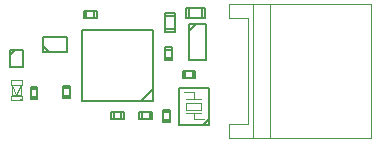
<source format=gbr>
G04 #@! TF.GenerationSoftware,KiCad,Pcbnew,5.0.0-rc3+dfsg1-2*
G04 #@! TF.CreationDate,2018-08-10T14:32:52+09:00*
G04 #@! TF.ProjectId,fst-01,6673742D30312E6B696361645F706362,rev?*
G04 #@! TF.SameCoordinates,Original*
G04 #@! TF.FileFunction,Drawing*
%FSLAX46Y46*%
G04 Gerber Fmt 4.6, Leading zero omitted, Abs format (unit mm)*
G04 Created by KiCad (PCBNEW 5.0.0-rc3+dfsg1-2) date Fri Aug 10 14:32:52 2018*
%MOMM*%
%LPD*%
G01*
G04 APERTURE LIST*
%ADD10C,0.100000*%
%ADD11C,0.070000*%
%ADD12C,0.150000*%
%ADD13C,0.050000*%
%ADD14C,0.127000*%
G04 APERTURE END LIST*
D10*
G04 #@! TO.C,D1*
X109351220Y-100200420D02*
X109750000Y-101000520D01*
X110148780Y-100200420D02*
X109750000Y-101000520D01*
D11*
X110199580Y-101250000D02*
X109950000Y-101498360D01*
D10*
X109351220Y-101099580D02*
X109351220Y-100200420D01*
X110148780Y-101099580D02*
X110148780Y-100200420D01*
D11*
X110199580Y-99801640D02*
X110199580Y-100200420D01*
X110199580Y-100200420D02*
X109300420Y-100200420D01*
X109300420Y-99801640D02*
X109300420Y-100200420D01*
X110199580Y-99801640D02*
X109300420Y-99801640D01*
X110199580Y-101099580D02*
X110199580Y-101498360D01*
X110199580Y-101498360D02*
X109300420Y-101498360D01*
X109300420Y-101099580D02*
X109300420Y-101498360D01*
X110199580Y-101099580D02*
X109300420Y-101099580D01*
D10*
X110125920Y-101000520D02*
X109374080Y-101000520D01*
D12*
G04 #@! TO.C,X1*
X125550000Y-103600000D02*
X126050000Y-103100000D01*
X123550000Y-103600000D02*
X123550000Y-100400000D01*
X123550000Y-100400000D02*
X126050000Y-100400000D01*
X126050000Y-100400000D02*
X126050000Y-103600000D01*
X126050000Y-103600000D02*
X123550000Y-103600000D01*
D13*
X124100000Y-102600000D02*
X125400000Y-102600000D01*
X124100000Y-101400000D02*
X125400000Y-101400000D01*
X125400000Y-101700000D02*
X125400000Y-102300000D01*
X125400000Y-102300000D02*
X124100000Y-102300000D01*
X124100000Y-102300000D02*
X124100000Y-101700000D01*
X124100000Y-101700000D02*
X125400000Y-101700000D01*
X125600000Y-103100000D02*
X124800000Y-103100000D01*
X124800000Y-103100000D02*
X124800000Y-102600000D01*
X124800000Y-101400000D02*
X124800000Y-100800000D01*
X124800000Y-100800000D02*
X123900000Y-100800000D01*
D10*
G04 #@! TO.C,J1*
X129350000Y-94516500D02*
X129350000Y-103476500D01*
X127749300Y-94516500D02*
X129350000Y-94516500D01*
X127750000Y-103476500D02*
X129350000Y-103476500D01*
X127750000Y-103476500D02*
X127750000Y-104676500D01*
X127750000Y-93316500D02*
X127750000Y-94516500D01*
X129800000Y-93316500D02*
X129800000Y-104676500D01*
X139800000Y-93316500D02*
X127750000Y-93316500D01*
X139800000Y-104676500D02*
X139800000Y-93316500D01*
X127750000Y-104676500D02*
X139800000Y-104676500D01*
X131200000Y-104676500D02*
X131200000Y-93316500D01*
D12*
G04 #@! TO.C,U2*
X124369600Y-95058100D02*
X124369600Y-98058100D01*
X124369600Y-95058100D02*
X125769600Y-95058100D01*
X124369600Y-95608100D02*
X124919600Y-95058100D01*
X125769600Y-95058100D02*
X125769600Y-98058100D01*
X124369600Y-98058100D02*
X125769600Y-98058100D01*
G04 #@! TO.C,U1*
X120300000Y-101500000D02*
X121300000Y-100500000D01*
X121300000Y-101500000D02*
X115300000Y-101500000D01*
X121300000Y-95500000D02*
X121300000Y-101500000D01*
X115300000Y-95500000D02*
X121300000Y-95500000D01*
X115300000Y-101500000D02*
X115300000Y-95500000D01*
G04 #@! TO.C,U3*
X112000000Y-96135000D02*
X114000000Y-96135000D01*
X112000000Y-97385000D02*
X114000000Y-97385000D01*
X112000000Y-96135000D02*
X112000000Y-97385000D01*
X114000000Y-96135000D02*
X114000000Y-97385000D01*
X112000000Y-96860000D02*
X112475000Y-97385000D01*
G04 #@! TO.C,U4*
X110300000Y-97230000D02*
X110300000Y-98630000D01*
X109200000Y-97230000D02*
X109200000Y-98630000D01*
X109200000Y-98630000D02*
X110300000Y-98630000D01*
X109200000Y-97230000D02*
X110300000Y-97230000D01*
X109200000Y-97680000D02*
X109650000Y-97230000D01*
D14*
G04 #@! TO.C,R1*
X111529400Y-101180200D02*
X110970600Y-101180200D01*
X111529400Y-100519800D02*
X110970600Y-100519800D01*
X111529400Y-100316600D02*
X110970600Y-100316600D01*
X110970600Y-100316600D02*
X110970600Y-101383400D01*
X110970600Y-101383400D02*
X111529400Y-101383400D01*
X111529400Y-101383400D02*
X111529400Y-100316600D01*
G04 #@! TO.C,C9*
X124087200Y-94506400D02*
X124087200Y-93693600D01*
X125712800Y-94506400D02*
X124087200Y-94506400D01*
X125712800Y-93693600D02*
X125712800Y-94506400D01*
X124087200Y-93693600D02*
X125712800Y-93693600D01*
X124341200Y-93719000D02*
X124341200Y-94506400D01*
X125458800Y-94506400D02*
X125458800Y-93693600D01*
G04 #@! TO.C,C2*
X123816600Y-99579400D02*
X124883400Y-99579400D01*
X123816600Y-99020600D02*
X123816600Y-99579400D01*
X124883400Y-99020600D02*
X123816600Y-99020600D01*
X124883400Y-99579400D02*
X124883400Y-99020600D01*
X124680200Y-99579400D02*
X124680200Y-99020600D01*
X124019800Y-99579400D02*
X124019800Y-99020600D01*
G04 #@! TO.C,C1*
X122879400Y-98069400D02*
X122879400Y-97002600D01*
X122320600Y-98069400D02*
X122879400Y-98069400D01*
X122320600Y-97002600D02*
X122320600Y-98069400D01*
X122879400Y-97002600D02*
X122320600Y-97002600D01*
X122879400Y-97205800D02*
X122320600Y-97205800D01*
X122879400Y-97866200D02*
X122320600Y-97866200D01*
G04 #@! TO.C,C4*
X120166600Y-103029400D02*
X121233400Y-103029400D01*
X120166600Y-102470600D02*
X120166600Y-103029400D01*
X121233400Y-102470600D02*
X120166600Y-102470600D01*
X121233400Y-103029400D02*
X121233400Y-102470600D01*
X121030200Y-103029400D02*
X121030200Y-102470600D01*
X120369800Y-103029400D02*
X120369800Y-102470600D01*
G04 #@! TO.C,C7*
X116533400Y-93920600D02*
X115466600Y-93920600D01*
X116533400Y-94479400D02*
X116533400Y-93920600D01*
X115466600Y-94479400D02*
X116533400Y-94479400D01*
X115466600Y-93920600D02*
X115466600Y-94479400D01*
X115669800Y-93920600D02*
X115669800Y-94479400D01*
X116330200Y-93920600D02*
X116330200Y-94479400D01*
G04 #@! TO.C,C6*
X113720600Y-100241100D02*
X113720600Y-101307900D01*
X114279400Y-100241100D02*
X113720600Y-100241100D01*
X114279400Y-101307900D02*
X114279400Y-100241100D01*
X113720600Y-101307900D02*
X114279400Y-101307900D01*
X113720600Y-101104700D02*
X114279400Y-101104700D01*
X113720600Y-100444300D02*
X114279400Y-100444300D01*
G04 #@! TO.C,C3*
X122170600Y-102266600D02*
X122170600Y-103333400D01*
X122729400Y-102266600D02*
X122170600Y-102266600D01*
X122729400Y-103333400D02*
X122729400Y-102266600D01*
X122170600Y-103333400D02*
X122729400Y-103333400D01*
X122170600Y-103130200D02*
X122729400Y-103130200D01*
X122170600Y-102469800D02*
X122729400Y-102469800D01*
G04 #@! TO.C,C5*
X117766600Y-103029400D02*
X118833400Y-103029400D01*
X117766600Y-102470600D02*
X117766600Y-103029400D01*
X118833400Y-102470600D02*
X117766600Y-102470600D01*
X118833400Y-103029400D02*
X118833400Y-102470600D01*
X118630200Y-103029400D02*
X118630200Y-102470600D01*
X117969800Y-103029400D02*
X117969800Y-102470600D01*
G04 #@! TO.C,C8*
X122343600Y-94107200D02*
X123156400Y-94107200D01*
X122343600Y-95732800D02*
X122343600Y-94107200D01*
X123156400Y-95732800D02*
X122343600Y-95732800D01*
X123156400Y-94107200D02*
X123156400Y-95732800D01*
X123131000Y-94361200D02*
X122343600Y-94361200D01*
X122343600Y-95478800D02*
X123156400Y-95478800D01*
G04 #@! TD*
M02*

</source>
